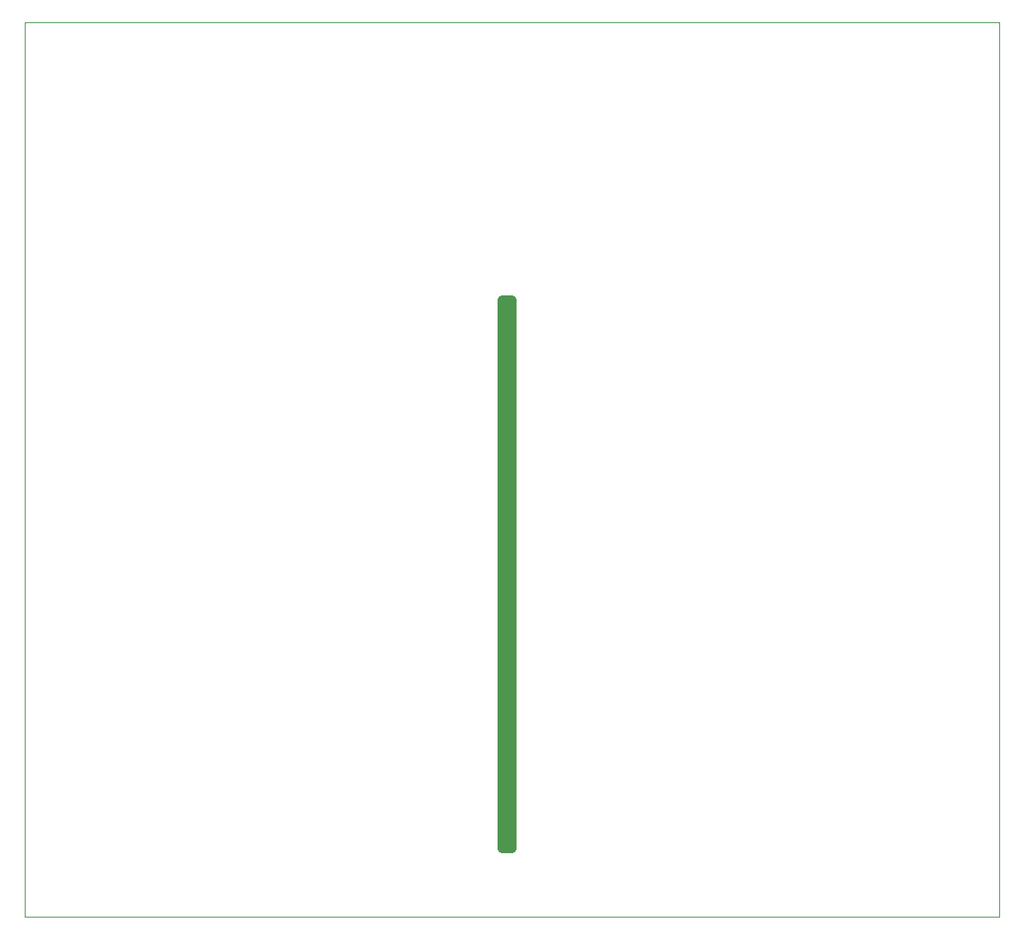
<source format=gbr>
%TF.GenerationSoftware,KiCad,Pcbnew,(5.1.0)-1*%
%TF.CreationDate,2019-10-03T23:56:52+02:00*%
%TF.ProjectId,KicadJE_RIAA,4b696361-644a-4455-9f52-4941412e6b69,rev?*%
%TF.SameCoordinates,Original*%
%TF.FileFunction,Profile,NP*%
%FSLAX46Y46*%
G04 Gerber Fmt 4.6, Leading zero omitted, Abs format (unit mm)*
G04 Created by KiCad (PCBNEW (5.1.0)-1) date 2019-10-03 23:56:52*
%MOMM*%
%LPD*%
G04 APERTURE LIST*
%ADD10C,1.000000*%
%ADD11C,0.050000*%
G04 APERTURE END LIST*
D10*
X99000000Y-138500000D02*
X100000000Y-138500000D01*
X99000000Y-82250000D02*
X99000000Y-138500000D01*
X100000000Y-82250000D02*
X99000000Y-82250000D01*
X100000000Y-138500000D02*
X100000000Y-82250000D01*
D11*
X50000000Y-145500000D02*
X50000000Y-53750000D01*
X150000000Y-145500000D02*
X50000000Y-145500000D01*
X150000000Y-53750000D02*
X150000000Y-145500000D01*
X50000000Y-53750000D02*
X150000000Y-53750000D01*
M02*

</source>
